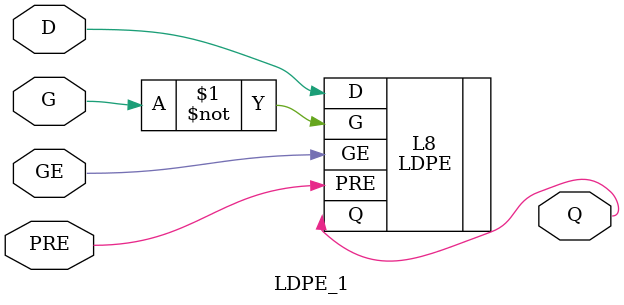
<source format=v>


`timescale  1 ps / 1 ps

module LDPE_1 (Q, G, GE, D, PRE);

    parameter [0:0] INIT = 1'b1;

    output Q;

    input  G,  GE, D, PRE;

    wire Q;

    LDPE #(.INIT(INIT)) L8 (.Q(Q), .G(~G), .GE(GE), .D(D), .PRE(PRE));

endmodule


</source>
